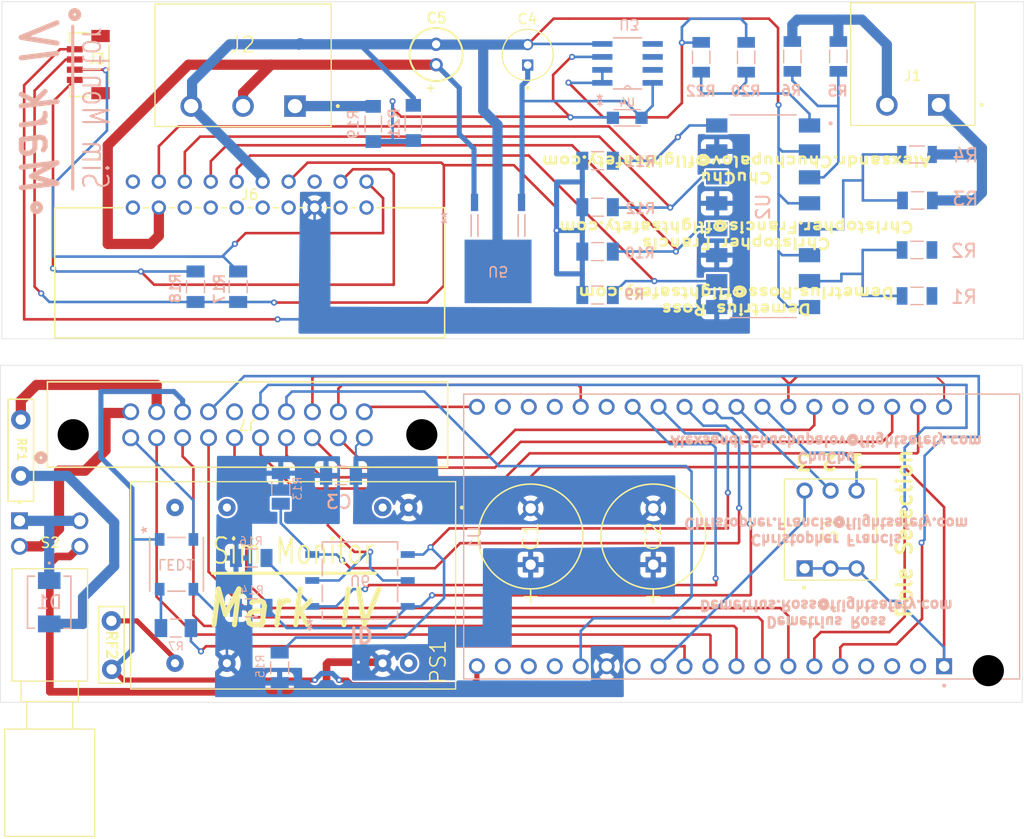
<source format=kicad_pcb>
(kicad_pcb (version 20241229) (generator "pcbnew") (generator_version "9.0")
  (layers (0 "F.Cu" signal) (2 "B.Cu" signal) (13 "F.Paste" user) (15 "B.Paste" user) (5 "F.SilkS" user "F.Silkscreen") (7 "B.SilkS" user "B.Silkscreen") (1 "F.Mask" user) (3 "B.Mask" user) (25 "Edge.Cuts" user))
  (net 0 "")
  (net 1 "-Vin")
  (net 2 "spare")
  (net 3 "ramp_down")
  (net 4 "ramp_up")
  (net 5 "sim_home")
  (net 10 "spare_opto")
  (net 11 "+3.3V")
  (net 12 "GPIO_25")
  (net 13 "GPIO_26")
  (net 14 "GPIO_16")
  (net 15 "ESP_GND2")
  (net 16 "GPIO_17")
  (net 17 "GPIO_4")
  (net 18 "+VIN")
  (net 20 "GPIO_13")
  (net 24 "GPIO_2")
  (net 27 "CLK")
  (net 30 "GPIO_21")
  (net 35 "GPIO_22")
  (net 36 "GPIO_14")
  (net 38 "+24V")
  (net 39 "GPIO_ANAG_35")
  (net 40 "GPIO_32")
  (net 41 "GPIO_33")
  (net 42 "GPIO_5")
  (net 43 "ramp_up_opto")
  (net 44 "/ramp_down_opto")
  (net 45 "/sim_home_opto")
  (net 46 "+VIN-dc")
  (net 47 "GPIO_19")
  (net 48 "GPIO_18")
  (net 49 "VDD")
  (net 50 "sim_home_safe")
  (net 51 "Net-(U3-1IN+)")
  (net 55 "+VOUT_esp_signal")
  (net 56 "GPIO_27")
  (net 57 "GPIO_23")
  (net 58 "GPIO_ANAG_34")
  (net 61 "Net-(LED1-DIN)")
  (net 62 "/ESP-Board/+VOUT")
  (footprint "footprints:PCAP_10x12_5-THRU-ELECT_NCA" (layer "F.Cu") (at 113.610081 134.520485 90)
    (property "Reference" "C2")
    (property "Value" "UHE2A470MPD")
  )
  (footprint "footprints:PTC_RESET_FUSE" (layer "F.Cu") (at 60.586147 139.626735 -90)
    (property "Reference" "RF2")
    (property "Value" "~" (hide yes))
  )
  (footprint "footprints:PHOENIX_1757255" (layer "F.Cu") (at 82.0925 79.6221 180)
    (property "Reference" "J2")
    (property "Value" "jst-power")
  )
  (footprint "footprints:CONN_BM04B-SRSS-TB_SPK" (layer "F.Cu") (at 58.42 85.56 -90)
    (property "Reference" "J3")
    (property "Value" "JST -SM")
  )
  (footprint "footprints:CONV_REC5A-2405SW_H2" (layer "F.Cu") (at 78.370081 136.550485 180)
    (property "Reference" "PS1")
    (property "Value" "REC5A-2405SW_H2")
  )
  (footprint "footprints:PCAP_10x12_5-THRU-ELECT_NCA" (layer "F.Cu") (at 101.610081 134.520485 90)
    (property "Reference" "C1")
    (property "Value" "UHE2A470MPD")
  )
  (footprint "footprints:PTC_RESET_FUSE" (layer "F.Cu") (at 51.725081 120.320485 -90)
    (property "Reference" "RF1")
    (property "Value" "~" (hide yes))
  )
  (footprint "footprints:CAPPRD200W50D500H1100" (layer "F.Cu") (at 101.32 84.6021 90)
    (property "Reference" "C4")
    (property "Value" "ECA1HM100")
  )
  (footprint "footprints:20_pin_90" (layer "F.Cu") (at 62.69 99.56)
    (property "Reference" "J6")
    (property "Value" "20_pin_90")
  )
  (footprint "footprints:PHOENIX_1757242" (layer "F.Cu") (at 145.09 79.51 180)
    (property "Reference" "J1")
    (property "Value" "1757242")
  )
  (footprint "" (layer "F.Cu") (at 146.4 144.9)
    (property "Reference" "")
    (property "Value" "")
  )
  (footprint "footprints:WCAP-ATG5_5X11_DXL_" (layer "F.Cu") (at 92.36 84.5721 -90)
    (property "Reference" "C5")
    (property "Value" "WCAP-ATG5_5X11")
  )
  (footprint "footprints:SW_PB400EEQR1BLK" (layer "F.Cu") (at 54.550081 131.481385 -90)
    (property "Reference" "S2")
    (property "Value" "PB400EEQR1BLK")
  )
  (footprint "footprints:SW_DS01C-254-S-03BE" (layer "F.Cu") (at 130.960081 131.082985)
    (property "Reference" "S1")
    (property "Value" "DS01C-254-S-03BE")
  )
  (footprint "footprints:20_pin_straight" (layer "F.Cu") (at 62.475081 122.097985 180)
    (property "Reference" "J7")
    (property "Value" "20-pin-straight")
  )
  (footprint "footprints:RESC3115X65N" (layer "B.Cu") (at 131.72 84.76 -90)
    (property "Reference" "R5" (hide yes))
    (property "Value" "CRGH1206J4K7")
  )
  (footprint "footprints:SOD123F" (layer "B.Cu") (at 111.06 90.7721 180)
    (property "Reference" "U4")
    (property "Value" "BAT46W")
  )
  (footprint "footprints:RESC3216X75N" (layer "B.Cu") (at 68.82 107.31 90)
    (property "Reference" "R18")
    (property "Value" "CR1206-FX-1002ELF")
  )
  (footprint "footprints:RESC3216X70N" (layer "B.Cu") (at 66.900081 140.730485)
    (property "Reference" "R7")
    (property "Value" "CRL1206-FW-R330ELF")
  )
  (footprint "footprints:TO252-3_ROM" (layer "B.Cu") (at 98.42 105.81)
    (property "Reference" "U5")
    (property "Value" "BA&")
  )
  (footprint "footprints:RESC3216X75N" (layer "B.Cu") (at 77.050081 144.620485 -90)
    (property "Reference" "R15")
    (property "Value" "CR1206-FX-1002ELF")
  )
  (footprint "footprints:RESC3115X65N" (layer "B.Cu") (at 139.42 108.21 180)
    (property "Reference" "R1")
    (property "Value" "CRGH1206J4K7")
  )
  (footprint "footprints:RESC3216X75N" (layer "B.Cu") (at 72.99 107.31 90)
    (property "Reference" "R17")
    (property "Value" "CR1206-FX-1002ELF")
  )
  (footprint "footprints:MODULE_ESP32-DEVKITC-32D" (layer "B.Cu") (at 122.310081 131.770485 90)
    (property "Reference" "U1")
    (property "Value" "ESP32-DEVKITC-32D")
  )
  (footprint "footprints:RESC3216X75N" (layer "B.Cu") (at 74.270081 133.870485 180)
    (property "Reference" "R16")
    (property "Value" "CR1206-FX-1002ELF")
  )
  (footprint "footprints:CAPC3216X180N" (layer "B.Cu") (at 83.050081 125.790485)
    (property "Reference" "C3")
    (property "Value" "1000pf/3kV")
  )
  (footprint "footprints:RES_ERJP08J105V" (layer "B.Cu") (at 86.21 91.3721 90)
    (property "Reference" "R19")
    (property "Value" "ERJP08J105V")
  )
  (footprint "footprints:RESC3216X75N" (layer "B.Cu") (at 74.270081 138.750485 180)
    (property "Reference" "R14")
    (property "Value" "CR1206-FX-1002ELF")
  )
  (footprint "footprints:RESC3115X65N" (layer "B.Cu") (at 118.3 84.8421 -90)
    (property "Reference" "R22")
    (property "Value" "CRG1206F470R")
  )
  (footprint "footprints:RESC3216X75N" (layer "B.Cu") (at 108.16 108.1221 180)
    (property "Reference" "R9")
    (property "Value" "CR1206-FX-1002ELF")
  )
  (footprint "footprints:RESC3216X75N" (layer "B.Cu") (at 108.16 99.5221 180)
    (property "Reference" "R12")
    (property "Value" "CR1206-FX-1002ELF")
  )
  (footprint "footprints:D8" (layer "B.Cu") (at 111.09 85.4421)
    (property "Reference" "U3")
    (property "Value" "TLV272CDR")
  )
  (footprint "footprints:RESC3015X65N" (layer "B.Cu") (at 139.42 94.36 180)
    (property "Reference" "R4")
    (property "Value" "CRGH1206J4K7")
  )
  (footprint "footprints:RESC3216X75N" (layer "B.Cu") (at 108.16 103.8721 180)
    (property "Reference" "R10")
    (property "Value" "CR1206-FX-1002ELF")
  )
  (footprint "footprints:RESC3115X65N" (layer "B.Cu") (at 139.46 98.86 180)
    (property "Reference" "R3")
    (property "Value" "CRGH1206J4K7")
  )
  (footprint "footprints:COM-16347_SPK" (layer "B.Cu") (at 66.96008 134.490485 -90)
    (property "Reference" "LED1")
    (property "Value" "COM-16347")
  )
  (footprint "footprints:RESC3115X65N" (layer "B.Cu") (at 127.22 84.76 -90)
    (property "Reference" "R6" (hide yes))
    (property "Value" "CRGH1206J4K7")
  )
  (footprint "footprints:RESC3216X75N" (layer "B.Cu") (at 77.160081 127.060485 90)
    (property "Reference" "R13")
    (property "Value" "CR1206-FX-1002ELF")
  )
  (footprint "footprints:SH-7070TB_7P1X7P3_NDC" (layer "B.Cu") (at 84.910081 136.070485)
    (property "Reference" "U6")
    (property "Value" "SH-7070TB")
  )
  (footprint "footprints:DO214AASMB_CIP-L" (layer "B.Cu") (at 54.500081 138.202285 -90)
    (property "Reference" "D1")
    (property "Value" "SS34B-HF")
  )
  (footprint "footprints:RES_ERJP08J334V" (layer "B.Cu") (at 90.13 91.2721 -90)
    (property "Reference" "R21")
    (property "Value" "ERJP08J334V")
  )
  (footprint "footprints:RESC3115X65N" (layer "B.Cu") (at 122.7 84.8421 -90)
    (property "Reference" "R20")
    (property "Value" "CRG1206F470R")
  )
  (footprint "footprints:SOIC254P1016X460-16N" (layer "B.Cu") (at 124.36 100.41 180)
    (property "Reference" "U2")
    (property "Value" "LTV-846S")
  )
  (footprint "footprints:RESC3115X65N" (layer "B.Cu") (at 139.42 103.71 180)
    (property "Reference" "R2")
    (property "Value" "CRGH1206J4K7")
  )
  (footprint "footprints:RESC3216X75N" (layer "B.Cu") (at 108.16 94.9721 180)
    (property "Reference" "R11")
    (property "Value" "CR1206-FX-1002ELF")
  )
  (gr_line (start 70.485 135.36) (end 86.435 135.36) (stroke (width 0.3)) (layer "F.SilkS"))
  (gr_line (start 56.8 97.75) (end 56.8 81.8) (stroke (width 0.3)) (layer "B.SilkS"))
  (gr_rect (start 49.710081 114.995485) (end 149.710081 147.995485) (stroke (width 0.05)) (fill no) (layer "Edge.Cuts"))
  (gr_rect (start 49.87 79.41) (end 149.87 112.41) (stroke (width 0.05)) (fill no) (layer "Edge.Cuts"))
  (gr_text "1 2 3" (at 134.35 123.55 180) (layer "F.SilkS") (effects (font (size 1.5 1.5) (thickness 0.3) (bold yes)) (justify left bottom)))
  (gr_text "Sim Monitor" (at 78.385 134.66 0) (layer "F.SilkS") (effects (font (size 2.5 1.75) (thickness 0.2)) (justify bottom)))
  (gr_text "Mark IV" (at 69.6 140.85 0) (layer "F.SilkS") (effects (font (size 3.5 3) (thickness 0.5) (bold yes) (italic yes)) (justify left bottom)))
  (gr_text "Role Selection" (at 139.05 139.9 90) (layer "F.SilkS") (effects (font (size 1.5 1.5) (thickness 0.3) (bold yes)) (justify left bottom)))
  (gr_text "Demetrius Ross\nDemetrius.Ross@flightsafety.com\n\n\nChristopher Francis\nChristopher.Francis@flightsafety.com\n\n\nChuChu\nAlexsandr.Chuchupalov@flightsafety.com" (at 121.72 102.26 180) (layer "F.SilkS") (effects (font (size 1 1.25) (thickness 0.25) (bold yes))))
  (gr_text "R6\n" (at 127.1 88.1 0) (layer "B.SilkS") (effects (font (size 1 1) (thickness 0.2)) (justify mirror)))
  (gr_text "ID" (at 83.75 142.4 0) (layer "B.SilkS") (effects (font (size 1.5 1.5) (thickness 0.3) (bold yes)) (justify left bottom)))
  (gr_text "Demetrius Ross\nDemetrius.Ross@flightsafety.com\n\n\n\nChristopher Francis\nChristopher.Francis@flightsafety.com\n\n\n\nChuChu\nAlexsandr.Chuchupalov@flightsafety.com" (at 130.550081 131.270485 180) (layer "B.SilkS") (effects (font (size 1 1) (thickness 0.25) (bold yes)) (justify mirror)))
  (gr_text "Sim Monitor" (at 57.5 89.85 270) (layer "B.SilkS") (effects (font (size 2.5 1.75) (thickness 0.2)) (justify bottom mirror)))
  (gr_text "Mark IV" (at 51.31 98.635 270) (layer "B.SilkS") (effects (font (size 3.5 3) (thickness 0.5) (bold yes) (italic yes)) (justify left bottom mirror)))
  (gr_text "R5\n" (at 131.65 88.15 0) (layer "B.SilkS") (effects (font (size 1 1) (thickness 0.2)) (justify mirror)))
  (segment (start 101.32 83.6021) (end 103.8621 81.06) (width 0.254) (layer "F.Cu") (net 1))
  (segment (start 125.82 81.96) (end 125.82 89.46) (width 0.254) (layer "F.Cu") (net 1))
  (segment (start 125.82 89.46) (end 125.87 89.51) (width 0.254) (layer "F.Cu") (net 1))
  (segment (start 105.42 81.06) (end 124.92 81.06) (width 0.254) (layer "F.Cu") (net 1))
  (segment (start 124.92 81.06) (end 125.82 81.96) (width 0.254) (layer "F.Cu") (net 1))
  (segment (start 103.8621 81.06) (end 105.42 81.06) (width 0.254) (layer "F.Cu") (net 1))
  (via (at 125.87 89.51) (size 0.6) (drill 0.3) (layers "F.Cu" "B.Cu") (net 1))
  (segment (start 98.37 105.76) (end 98.37 91.46) (width 1) (layer "B.Cu") (net 1))
  (segment (start 68.48 87.2521) (end 72.01 83.7221) (width 1) (layer "B.Cu") (net 1))
  (segment (start 72.16 83.5721) (end 92.36 83.5721) (width 1) (layer "B.Cu") (net 1))
  (segment (start 68.48 89.5346) (end 68.48 87.2521) (width 1) (layer "B.Cu") (net 1))
  (segment (start 125.87 103.86) (end 125.87 108.36) (width 0.254) (layer "B.Cu") (net 1))
  (segment (start 125.87 89.51) (end 125.87 93.71) (width 0.254) (layer "B.Cu") (net 1))
  (segment (start 96.79 83.6021) (end 101.32 83.6021) (width 1) (layer "B.Cu") (net 1))
  (segment (start 96.93 83.7421) (end 96.79 83.6021) (width 0.254) (layer "B.Cu") (net 1))
  (segment (start 126.8 99.14) (end 128.9 99.14) (width 0.254) (layer "B.Cu") (net 1))
  (segment (start 125.87 103.86) (end 126.23 104.22) (width 0.254) (layer "B.Cu") (net 1))
  (segment (start 92.37 83.5721) (end 92.4 83.6021) (width 0.254) (layer "B.Cu") (net 1))
  (segment (start 90.13 88.8121) (end 84.91 83.5921) (width 0.5) (layer "B.Cu") (net 1))
  (segment (start 98.42 105.81) (end 98.37 105.76) (width 1) (layer "B.Cu") (net 1))
  (segment (start 92.36 83.5721) (end 92.37 83.5721) (width 0.254) (layer "B.Cu") (net 1))
  (segment (start 125.87 108.36) (end 126.81 109.3) (width 0.254) (layer "B.Cu") (net 1))
  (segment (start 125.87 93.71) (end 125.87 98.21) (width 0.254) (layer "B.Cu") (net 1))
  (segment (start 75.39 96.6196) (end 68.3925 89.6221) (width 1) (layer "B.Cu") (net 1))
  (segment (start 91.82 83.48) (end 91.82 83.46) (width 0.5) (layer "B.Cu") (net 1))
  (segment (start 108.6262 83.5371) (end 101.385 83.5371) (width 0.254) (layer "B.Cu") (net 1))
  (segment (start 125.87 93.71) (end 126.22 94.06) (width 0.254) (layer "B.Cu") (net 1))
  (segment (start 90.13 89.5471) (end 90.13 88.8121) (width 0.5) (layer "B.Cu") (net 1))
  (segment (start 125.87 98.21) (end 125.87 103.86) (width 0.254) (layer "B.Cu") (net 1))
  (segment (start 126.81 109.3) (end 128.9 109.3) (width 0.254) (layer "B.Cu") (net 1))
  (segment (start 90.13 89.2471) (end 90.13 89.5471) (width 0.5) (layer "B.Cu") (net 1))
  (segment (start 126.22 94.06) (end 128.9 94.06) (width 0.254) (layer "B.Cu") (net 1))
  (segment (start 98.37 91.46) (end 96.97 90.06) (width 1) (layer "B.Cu") (net 1))
  (segment (start 126.23 104.22) (end 128.9 104.22) (width 0.254) (layer "B.Cu") (net 1))
  (segment (start 84.510081 122.922985) (end 85.335081 122.097985) (width 0.2) (layer "B.Cu") (net 1))
  (segment (start 84.510081 125.790485) (end 84.510081 122.922985) (width 0.2) (layer "B.Cu") (net 1))
  (segment (start 75.39 97.02) (end 75.39 96.6196) (width 1) (layer "B.Cu") (net 1))
  (segment (start 92.4 83.6021) (end 96.79 83.6021) (width 1) (layer "B.Cu") (net 1))
  (segment (start 125.87 98.21) (end 126.8 99.14) (width 0.254) (layer "B.Cu") (net 1))
  (segment (start 101.385 83.5371) (end 101.32 83.6021) (width 0.254) (layer "B.Cu") (net 1))
  (segment (start 96.97 90.06) (end 96.97 83.7821) (width 1) (layer "B.Cu") (net 1))
  (segment (start 78.92 83.61) (end 79.07 83.46) (width 1) (layer "B.Cu") (net 1))
  (segment (start 96.97 83.7821) (end 96.79 83.6021) (width 1) (layer "B.Cu") (net 1))
  (segment (start 136.47 83.61) (end 134.02 81.16) (width 1) (layer "B.Cu") (net 3))
  (segment (start 127.72 81.16) (end 127.22 81.66) (width 1) (layer "B.Cu") (net 3))
  (segment (start 127.22 81.66) (end 127.22 83.3) (width 1) (layer "B.Cu") (net 3))
  (segment (start 136.47 89.51) (end 136.47 83.61) (width 1) (layer "B.Cu") (net 3))
  (segment (start 134.02 81.16) (end 131.72 81.16) (width 1) (layer "B.Cu") (net 3))
  (segment (start 131.72 83.3) (end 131.72 81.16) (width 1) (layer "B.Cu") (net 3))
  (segment (start 131.72 81.16) (end 127.72 81.16) (width 1) (layer "B.Cu") (net 3))
  (segment (start 145.14 94.36) (end 145.77 93.73) (width 1) (layer "B.Cu") (net 4))
  (segment (start 145.02 98.86) (end 140.92 98.86) (width 1) (layer "B.Cu") (net 4))
  (segment (start 145.77 93.73) (end 145.77 98.11) (width 1) (layer "B.Cu") (net 4))
  (segment (start 140.915 94.36) (end 145.14 94.36) (width 1) (layer "B.Cu") (net 4))
  (segment (start 141.55 89.51) (end 145.77 93.73) (width 1) (layer "B.Cu") (net 4))
  (segment (start 145.77 98.11) (end 145.02 98.86) (width 1) (layer "B.Cu") (net 4))
  (segment (start 85.865 89.6221) (end 78.5525 89.6221) (width 1) (layer "B.Cu") (net 5))
  (segment (start 137.96 108.21) (end 134.1 108.21) (width 0.254) (layer "B.Cu") (net 10))
  (segment (start 134.1 103.71) (end 134.1 106.05) (width 0.254) (layer "B.Cu") (net 10))
  (segment (start 128.9 106.76) (end 132.02 106.76) (width 0.254) (layer "B.Cu") (net 10))
  (segment (start 134.1 108.21) (end 134.1 106.05) (width 0.254) (layer "B.Cu") (net 10))
  (segment (start 132.02 106.05) (end 134.1 106.05) (width 0.254) (layer "B.Cu") (net 10))
  (segment (start 132.02 106.76) (end 132.02 106.05) (width 0.254) (layer "B.Cu") (net 10))
  (segment (start 137.96 103.71) (end 134.1 103.71) (width 0.254) (layer "B.Cu") (net 10))
  (segment (start 93.12 95.41) (end 92.87 95.16) (width 0.254) (layer "F.Cu") (net 11))
  (segment (start 85.910081 133.270485) (end 84.360081 133.270485) (width 0.254) (layer "F.Cu") (net 11))
  (segment (start 100.460081 127.070485) (end 102.560081 124.970485) (width 0.254) (layer "F.Cu") (net 11))
  (segment (start 53.07 107.31) (end 53.07 88.11) (width 0.254) (layer "F.Cu") (net 11))
  (segment (start 53.72 107.96) (end 53.07 107.31) (width 0.254) (layer "F.Cu") (net 11))
  (segment (start 102.560081 124.970485) (end 138.147581 124.970485) (width 0.254) (layer "F.Cu") (net 11))
  (segment (start 53.07 88.11) (end 56.119999 85.060001) (width 0.254) (layer "F.Cu") (net 11))
  (segment (start 78.510081 127.070485) (end 75.175081 123.735485) (width 0.254) (layer "F.Cu") (net 11))
  (segment (start 138.147581 124.970485) (end 142.070081 128.892985) (width 0.254) (layer "F.Cu") (net 11))
  (segment (start 56.119999 85.060001) (end 56.9984 85.060001) (width 0.254) (layer "F.Cu") (net 11))
  (segment (start 81.760081 127.070485) (end 78.510081 127.070485) (width 0.254) (layer "F.Cu") (net 11))
  (segment (start 79.79 95.16) (end 77.93 97.02) (width 0.254) (layer "F.Cu") (net 11))
  (segment (start 84.360081 133.270485) (end 81.760081 130.670485) (width 0.254) (layer "F.Cu") (net 11))
  (segment (start 104.15 101.8) (end 104.15 99.59) (width 0.254) (layer "F.Cu") (net 11))
  (segment (start 75.175081 123.735485) (end 75.175081 122.097985) (width 0.254) (layer "F.Cu") (net 11))
  (segment (start 81.760081 130.670485) (end 81.760081 127.070485) (width 0.254) (layer "F.Cu") (net 11))
  (segment (start 81.760081 127.070485) (end 100.460081 127.070485) (width 0.254) (layer "F.Cu") (net 11))
  (segment (start 93.12 107.21) (end 93.12 95.41) (width 0.254) (layer "F.Cu") (net 11))
  (segment (start 142.070081 128.892985) (end 142.070081 144.470485) (width 0.254) (layer "F.Cu") (net 11))
  (segment (start 91.47 108.86) (end 93.12 107.21) (width 0.254) (layer "F.Cu") (net 11))
  (segment (start 92.87 95.16) (end 79.79 95.16) (width 0.254) (layer "F.Cu") (net 11))
  (segment (start 76.5 108.86) (end 91.47 108.86) (width 0.254) (layer "F.Cu") (net 11))
  (segment (start 99.97 95.41) (end 93.12 95.41) (width 0.254) (layer "F.Cu") (net 11))
  (segment (start 104.15 99.59) (end 99.97 95.41) (width 0.254) (layer "F.Cu") (net 11))
  (via (at 76.5 108.86) (size 0.6) (drill 0.3) (layers "F.Cu" "B.Cu") (net 11))
  (via (at 85.910081 133.270485) (size 0.6) (drill 0.3) (layers "F.Cu" "B.Cu") (net 11))
  (via (at 53.72 107.96) (size 0.6) (drill 0.3) (layers "F.Cu" "B.Cu") (net 11))
  (via (at 104.15 101.8) (size 0.6) (drill 0.3) (layers "F.Cu" "B.Cu") (net 11))
  (segment (start 106.666 97.05) (end 106.666 94.9721) (width 0.5) (layer "B.Cu") (net 11))
  (segment (start 76.444 108.804) (end 72.99 108.804) (width 0.254) (layer "B.Cu") (net 11))
  (segment (start 133.500081 134.892985) (end 130.960081 134.892985) (width 0.254) (layer "B.Cu") (net 11))
  (segment (start 72.99 108.804) (end 68.82 108.804) (width 0.254) (layer "B.Cu") (net 11))
  (segment (start 76.5 108.86) (end 76.444 108.804) (width 0.254) (layer "B.Cu") (net 11))
  (segment (start 142.070081 144.470485) (end 142.070081 142.630485) (width 0.254) (layer "B.Cu") (net 11))
  (segment (start 85.910081 133.270485) (end 85.910081 134.820485) (width 0.254) (layer "B.Cu") (net 11))
  (segment (start 106.666 108.1221) (end 106.666 106.05) (width 0.5) (layer "B.Cu") (net 11))
  (segment (start 104.15 97.05) (end 106.666 97.05) (width 0.5) (layer "B.Cu") (net 11))
  (segment (start 104.15 101.8) (end 104.15 106.05) (width 0.5) (layer "B.Cu") (net 11))
  (segment (start 136.677581 138.070485) (end 133.500081 134.892985) (width 0.254) (layer "B.Cu") (net 11))
  (segment (start 82.860081 136.070485) (end 80.236481 136.070485) (width 0.254) (layer "B.Cu") (net 11))
  (segment (start 87.160081 136.070485) (end 89.583681 136.070485) (width 0.254) (layer "B.Cu") (net 11))
  (segment (start 106.666 106.05) (end 106.666 103.8721) (width 0.5) (layer "B.Cu") (net 11))
  (segment (start 104.15 106.05) (end 106.666 106.05) (width 0.5) (layer "B.Cu") (net 11))
  (segment (start 106.666 101.8) (end 106.666 99.5221) (width 0.5) (layer "B.Cu") (net 11))
  (segment (start 104.15 101.8) (end 104.15 97.05) (width 0.5) (layer "B.Cu") (net 11))
  (segment (start 104.15 101.8) (end 106.666 101.8) (width 0.5) (layer "B.Cu") (net 11))
  (segment (start 106.666 99.5221) (end 106.666 97.05) (width 0.5) (layer "B.Cu") (net 11))
  (segment (start 85.910081 134.820485) (end 87.160081 136.070485) (width 0.254) (layer "B.Cu") (net 11))
  (segment (start 85.910081 133.270485) (end 85.660081 133.270485) (width 0.254) (layer "B.Cu") (net 11))
  (segment (start 53.72 108.01) (end 53.72 107.96) (width 0.254) (layer "B.Cu") (net 11))
  (segment (start 137.510081 138.070485) (end 136.677581 138.070485) (width 0.254) (layer "B.Cu") (net 11))
  (segment (start 54.07 108.36) (end 53.72 108.01) (width 0.254) (layer "B.Cu") (net 11))
  (segment (start 85.660081 133.270485) (end 82.860081 136.070485) (width 0.254) (layer "B.Cu") (net 11))
  (segment (start 142.070081 142.630485) (end 137.510081 138.070485) (width 0.254) (layer "B.Cu") (net 11))
  (segment (start 54.514 108.804) (end 54.07 108.36) (width 0.254) (layer "B.Cu") (net 11))
  (segment (start 68.82 108.804) (end 54.514 108.804) (width 0.254) (layer "B.Cu") (net 11))
  (segment (start 130.960081 134.892985) (end 128.420081 134.892985) (width 0.254) (layer "B.Cu") (net 11))
  (segment (start 106.666 103.8721) (end 106.666 101.8) (width 0.5) (layer "B.Cu") (net 11))
  (segment (start 67.555081 123.915485) (end 68.610081 124.970485) (width 0.254) (layer "F.Cu") (net 12))
  (segment (start 68.610081 124.970485) (end 68.610081 139.470485) (width 0.254) (layer "F.Cu") (net 12))
  (segment (start 68.610081 139.470485) (end 69.660081 140.520485) (width 0.254) (layer "F.Cu") (net 12))
  (segment (start 67.77 94.11) (end 67.77 97.02) (width 0.254) (layer "F.Cu") (net 12))
  (segment (start 108.32 92.61) (end 69.27 92.61) (width 0.254) (layer "F.Cu") (net 12))
  (segment (start 69.27 92.61) (end 67.77 94.11) (width 0.254) (layer "F.Cu") (net 12))
  (segment (start 115.27 99.56) (end 108.32 92.61) (width 0.254) (layer "F.Cu") (net 12))
  (segment (start 69.660081 140.520485) (end 121.510081 140.520485) (width 0.254) (layer "F.Cu") (net 12))
  (segment (start 67.555081 122.097985) (end 67.555081 123.915485) (width 0.254) (layer "F.Cu") (net 12))
  (segment (start 121.510081 140.520485) (end 121.750081 140.760485) (width 0.254) (layer "F.Cu") (net 12))
  (segment (start 121.750081 140.760485) (end 121.750081 144.470485) (width 0.254) (layer "F.Cu") (net 12))
  (via (at 115.27 99.56) (size 0.6) (drill 0.3) (layers "F.Cu" "B.Cu") (net 12))
  (segment (start 109.6919 99.56) (end 109.654 99.5221) (width 0.254) (layer "B.Cu") (net 12))
  (segment (start 115.37 99.56) (end 109.6919 99.56) (width 0.254) (layer "B.Cu") (net 12))
  (segment (start 119.82 96.6) (end 118.33 96.6) (width 0.254) (layer "B.Cu") (net 12))
  (segment (start 118.33 96.6) (end 115.37 99.56) (width 0.254) (layer "B.Cu") (net 12))
  (segment (start 119.110081 141.370485) (end 119.210081 141.470485) (width 0.254) (layer "F.Cu") (net 13))
  (segment (start 65.23 93.55) (end 65.23 97.02) (width 0.254) (layer "F.Cu") (net 13))
  (segment (start 113.7079 94.9721) (end 112.6321 94.9721) (width 0.254) (layer "F.Cu") (net 13))
  (segment (start 65.010081 137.670485) (end 68.710081 141.370485) (width 0.254) (layer "F.Cu") (net 13))
  (segment (start 112.6321 94.9721) (end 109.27 91.61) (width 0.254) (layer "F.Cu") (net 13))
  (segment (start 116.015 92.665) (end 113.7079 94.9721) (width 0.254) (layer "F.Cu") (net 13))
  (segment (start 65.015081 137.665485) (end 65.010081 137.670485) (width 0.254) (layer "F.Cu") (net 13))
  (segment (start 119.210081 141.470485) (end 119.210081 144.470485) (width 0.254) (layer "F.Cu") (net 13))
  (segment (start 68.710081 141.370485) (end 119.110081 141.370485) (width 0.254) (layer "F.Cu") (net 13))
  (segment (start 109.27 91.61) (end 67.17 91.61) (width 0.254) (layer "F.Cu") (net 13))
  (segment (start 67.17 91.61) (end 65.23 93.55) (width 0.254) (layer "F.Cu") (net 13))
  (segment (start 65.015081 122.097985) (end 65.015081 137.665485) (width 0.254) (layer "F.Cu") (net 13))
  (via (at 116.015 92.665) (size 0.6) (drill 0.3) (layers "F.Cu" "B.Cu") (net 13))
  (segment (start 116.015 92.665) (end 113.7079 94.9721) (width 0.254) (layer "B.Cu") (net 13))
  (segment (start 117.16 91.52) (end 119.82 91.52) (width 0.254) (layer "B.Cu") (net 13))
  (segment (start 116.015 92.665) (end 117.16 91.52) (width 0.254) (layer "B.Cu") (net 13))
  (segment (start 113.7079 94.9721) (end 109.654 94.9721) (width 0.254) (layer "B.Cu") (net 13))
  (segment (start 93.660081 130.970485) (end 91.810081 132.820485) (width 0.254) (layer "F.Cu") (net 14))
  (segment (start 120.910081 130.970485) (end 93.660081 130.970485) (width 0.254) (layer "F.Cu") (net 14))
  (segment (start 120.910081 127.470485) (end 120.910081 130.970485) (width 0.254) (layer "F.Cu") (net 14))
  (via (at 120.910081 127.470485) (size 0.6) (drill 0.3) (layers "F.Cu" "B.Cu") (net 14))
  (via (at 91.810081 132.820485) (size 0.6) (drill 0.3) (layers "F.Cu" "B.Cu") (net 14))
  (segment (start 77.050081 143.126485) (end 77.160081 143.126485) (width 0.254) (layer "B.Cu") (net 14))
  (segment (start 78.616081 141.670485) (end 89.270081 141.670485) (width 0.254) (layer "B.Cu") (net 14))
  (segment (start 89.583681 133.530485) (end 91.100081 133.530485) (width 0.254) (layer "B.Cu") (net 14))
  (segment (start 91.100081 133.530485) (end 91.810081 132.820485) (width 0.254) (layer "B.Cu") (net 14))
  (segment (start 93.140081 137.800485) (end 93.140081 134.150485) (width 0.254) (layer "B.Cu") (net 14))
  (segment (start 120.910081 122.620485) (end 119.960081 121.670485) (width 0.254) (layer "B.Cu") (net 14))
  (segment (start 120.910081 127.470485) (end 120.910081 122.620485) (width 0.254) (layer "B.Cu") (net 14))
  (segment (start 77.160081 143.126485) (end 78.616081 141.670485) (width 0.254) (layer "B.Cu") (net 14))
  (segment (start 116.717581 121.670485) (end 113.730081 118.682985) (width 0.254) (layer "B.Cu") (net 14))
  (segment (start 119.960081 121.670485) (end 116.717581 121.670485) (width 0.254) (layer "B.Cu") (net 14))
  (segment (start 93.140081 134.150485) (end 91.810081 132.820485) (width 0.254) (layer "B.Cu") (net 14))
  (segment (start 89.270081 141.670485) (end 93.140081 137.800485) (width 0.254) (layer "B.Cu") (net 14))
  (segment (start 52.048 87.582) (end 55.57 84.06) (width 0.254) (layer "F.Cu") (net 15))
  (segment (start 76.85 110.5) (end 52.048 110.5) (width 0.254) (layer "F.Cu") (net 15))
  (segment (start 127.030081 116.740485) (end 127.700081 116.070485) (width 0.254) (layer "F.Cu") (net 15))
  (segment (start 55.57 84.06) (end 56.9984 84.06) (width 0.254) (layer "F.Cu") (net 15))
  (segment (start 126.160081 116.070485) (end 80.410081 116.070485) (width 0.254) (layer "F.Cu") (net 15))
  (segment (start 142.070081 119.070485) (end 142.070081 116.840485) (width 0.2) (layer "F.Cu") (net 15))
  (segment (start 126.830081 119.070485) (end 126.830081 116.740485) (width 0.254) (layer "F.Cu") (net 15))
  (segment (start 127.700081 116.070485) (end 141.300081 116.070485) (width 0.254) (layer "F.Cu") (net 15))
  (segment (start 52.048 110.5) (end 52.048 87.582) (width 0.254) (layer "F.Cu") (net 15))
  (segment (start 80.255081 116.225485) (end 80.255081 119.557985) (width 0.254) (layer "F.Cu") (net 15))
  (segment (start 126.830081 116.740485) (end 127.030081 116.740485) (width 0.254) (layer "F.Cu") (net 15))
  (segment (start 80.410081 116.070485) (end 80.255081 116.225485) (width 0.254) (layer "F.Cu") (net 15))
  (segment (start 142.070081 116.840485) (end 141.300081 116.070485) (width 0.2) (layer "F.Cu") (net 15))
  (segment (start 126.830081 116.740485) (end 126.160081 116.070485) (width 0.254) (layer "F.Cu") (net 15))
  (via (at 76.85 110.5) (size 0.6) (drill 0.3) (layers "F.Cu" "B.Cu") (net 15))
  (segment (start 71.890081 140.208887) (end 71.890081 144.170485) (width 0.254) (layer "B.Cu") (net 15))
  (segment (start 78.93 110.5) (end 80.47 108.96) (width 0.254) (layer "B.Cu") (net 15))
  (segment (start 68.610079 136.928885) (end 71.890081 140.208887) (width 0.254) (layer "B.Cu") (net 15))
  (segment (start 80.47 108.96) (end 80.47 99.56) (width 0.254) (layer "B.Cu") (net 15))
  (segment (start 76.85 110.5) (end 78.93 110.5) (width 0.254) (layer "B.Cu") (net 15))
  (segment (start 83.960081 134.870485) (end 92.260081 134.870485) (width 0.254) (layer "F.Cu") (net 16))
  (segment (start 121.910081 132.420485) (end 122.010081 132.320485) (width 0.254) (layer "F.Cu") (net 16))
  (segment (start 92.260081 134.870485) (end 94.710081 132.420485) (width 0.254) (layer "F.Cu") (net 16))
  (segment (start 83.160081 134.070485) (end 83.960081 134.870485) (width 0.254) (layer "F.Cu") (net 16))
  (segment (start 94.710081 132.420485) (end 121.910081 132.420485) (width 0.254) (layer "F.Cu") (net 16))
  (segment (start 122.010081 132.320485) (end 122.010081 128.970485) (width 0.254) (layer "F.Cu") (net 16))
  (via (at 122.010081 128.970485) (size 0.6) (drill 0.3) (layers "F.Cu" "B.Cu") (net 16))
  (via (at 83.160081 134.070485) (size 0.6) (drill 0.3) (layers "F.Cu" "B.Cu") (net 16))
  (segment (start 77.160081 130.454085) (end 80.236481 133.530485) (width 0.254) (layer "B.Cu") (net 16))
  (segment (start 122.010081 128.970485) (end 122.010081 122.220485) (width 0.254) (layer "B.Cu") (net 16))
  (segment (start 77.160081 128.554485) (end 77.160081 130.454085) (width 0.254) (layer "B.Cu") (net 16))
  (segment (start 120.710081 120.920485) (end 118.507581 120.920485) (width 0.254) (layer "B.Cu") (net 16))
  (segment (start 118.507581 120.920485) (end 116.270081 118.682985) (width 0.254) (layer "B.Cu") (net 16))
  (segment (start 122.010081 122.220485) (end 120.710081 120.920485) (width 0.254) (layer "B.Cu") (net 16))
  (segment (start 80.236481 133.530485) (end 82.620081 133.530485) (width 0.254) (layer "B.Cu") (net 16))
  (segment (start 82.620081 133.530485) (end 83.160081 134.070485) (width 0.254) (layer "B.Cu") (net 16))
  (segment (start 85.410081 136.920485) (end 85.810081 136.520485) (width 0.254) (layer "F.Cu") (net 17))
  (segment (start 119.760081 135.920485) (end 119.710081 135.870485) (width 0.254) (layer "F.Cu") (net 17))
  (segment (start 119.760081 136.520485) (end 119.760081 135.920485) (width 0.254) (layer "F.Cu") (net 17))
  (segment (start 94.110081 136.520485) (end 119.760081 136.520485) (width 0.254) (layer "F.Cu") (net 17))
  (segment (start 85.810081 136.520485) (end 94.110081 136.520485) (width 0.254) (layer "F.Cu") (net 17))
  (via (at 85.410081 136.920485) (size 0.6) (drill 0.3) (layers "F.Cu" "B.Cu") (net 17))
  (via (at 119.710081 135.870485) (size 0.6) (drill 0.3) (layers "F.Cu" "B.Cu") (net 17))
  (segment (start 82.570081 138.610485) (end 80.236481 138.610485) (width 0.254) (layer "B.Cu") (net 17))
  (segment (start 75.764081 134.138085) (end 80.236481 138.610485) (width 0.254) (layer "B.Cu") (net 17))
  (segment (start 85.410081 136.920485) (end 84.260081 136.920485) (width 0.254) (layer "B.Cu") (net 17))
  (segment (start 75.764081 133.870485) (end 75.764081 134.138085) (width 0.254) (layer "B.Cu") (net 17))
  (segment (start 119.360081 122.720485) (end 115.227581 122.720485) (width 0.254) (layer "B.Cu") (net 17))
  (segment (start 115.227581 122.720485) (end 111.190081 118.682985) (width 0.254) (layer "B.Cu") (net 17))
  (segment (start 119.710081 135.870485) (end 119.710081 123.070485) (width 0.254) (layer "B.Cu") (net 17))
  (segment (start 84.260081 136.920485) (end 82.570081 138.610485) (width 0.254) (layer "B.Cu") (net 17))
  (segment (start 119.710081 123.070485) (end 119.360081 122.720485) (width 0.254) (layer "B.Cu") (net 17))
  (segment (start 55.460081 131.020485) (end 55.460081 125.320485) (width 1) (layer "F.Cu") (net 18))
  (segment (start 58.010081 125.320485) (end 60.010081 123.320485) (width 1) (layer "F.Cu") (net 18))
  (segment (start 55.460081 125.320485) (end 58.010081 125.320485) (width 1) (layer "F.Cu") (net 18))
  (segment (start 84.760081 144.070485) (end 81.820081 144.070485) (width 0.75) (layer "F.Cu") (net 18))
  (segment (start 54.560081 134.420485) (end 55.260081 133.720485) (width 0.75) (layer "F.Cu") (net 18))
  (segment (start 55.260081 133.720485) (end 56.510981 133.720485) (width 0.75) (layer "F.Cu") (net 18))
  (segment (start 62.362581 119.670485) (end 62.475081 119.557985) (width 1) (layer "F.Cu") (net 18))
  (segment (start 81.820081 144.070485) (end 81.640081 144.250485) (width 0.75) (layer "F.Cu") (net 18))
  (segment (start 81.640081 144.250485) (end 81.640081 146.790485) (width 0.75) (layer "F.Cu") (net 18))
  (segment (start 81.640081 146.790485) (end 81.460081 146.970485) (width 0.75) (layer "F.Cu") (net 18))
  (segment (start 51.600081 132.731385) (end 53.749181 132.731385) (width 1) (layer "F.Cu") (net 18))
  (segment (start 60.010081 123.320485) (end 60.010081 119.670485) (width 1) (layer "F.Cu") (net 18))
  (segment (start 84.760081 144.070485) (end 87.450081 144.070485) (width 0.75) (layer "F.Cu") (net 18))
  (segment (start 60.010081 119.670485) (end 62.362581 119.670485) (width 1) (layer "F.Cu") (net 18))
  (segment (start 53.749181 132.731385) (end 55.460081 131.020485) (width 1) (layer "F.Cu") (net 18))
  (segment (start 56.510981 133.720485) (end 57.500081 132.731385) (width 0.75) (layer "F.Cu") (net 18))
  (segment (start 81.460081 146.970485) (end 54.560081 146.970485) (width 0.75) (layer "F.Cu") (net 18))
  (segment (start 54.560081 146.970485) (end 54.560081 134.420485) (width 0.75) (layer "F.Cu") (net 18))
  (via (at 84.760081 144.070485) (size 0.6) (drill 0.3) (layers "F.Cu" "B.Cu") (net 18))
  (segment (start 56.296881 125.832285) (end 51.725081 125.832285) (width 1) (layer "B.Cu") (net 18))
  (segment (start 60.860081 134.670485) (end 60.860081 130.395485) (width 1) (layer "B.Cu") (net 18))
  (segment (start 54.500081 140.323185) (end 54.502781 140.320485) (width 1) (layer "B.Cu") (net 18))
  (segment (start 57.810081 140.320485) (end 57.810081 137.720485) (width 1) (layer "B.Cu") (net 18))
  (segment (start 54.502781 140.320485) (end 57.810081 140.320485) (width 1) (layer "B.Cu") (net 18))
  (segment (start 57.810081 137.720485) (end 60.860081 134.670485) (width 1) (layer "B.Cu") (net 18))
  (segment (start 60.860081 130.395485) (end 56.296881 125.832285) (width 1) (layer "B.Cu") (net 18))
  (segment (start 77.715081 119.557985) (end 77.715081 118.115485) (width 0.254) (layer "B.Cu") (net 20))
  (segment (start 116.810081 124.870485) (end 117.360081 125.420485) (width 0.254) (layer "B.Cu") (net 20))
  (segment (start 91.210081 117.570485) (end 98.510081 124.870485) (width 0.254) (layer "B.Cu") (net 20))
  (segment (start 117.360081 137.670485) (end 115.260081 139.770485) (width 0.254) (layer "B.Cu") (net 20))
  (segment (start 107.760081 139.770485) (end 106.510081 141.020485) (width 0.254) (layer "B.Cu") (net 20))
  (segment (start 115.260081 139.770485) (end 107.760081 139.770485) (width 0.254) (layer "B.Cu") (net 20))
  (segment (start 98.510081 124.870485) (end 116.810081 124.870485) (width 0.254) (layer "B.Cu") (net 20))
  (segment (start 78.260081 117.570485) (end 91.210081 117.570485) (width 0.254) (layer "B.Cu") (net 20))
  (segment (start 117.360081 125.420485) (end 117.360081 137.670485) (width 0.254) (layer "B.Cu") (net 20))
  (segment (start 106.510081 141.020485) (end 106.510081 144.470485) (width 0.254) (layer "B.Cu") (net 20))
  (segment (start 77.715081 118.115485) (end 78.260081 117.570485) (width 0.254) (layer "B.Cu") (net 20))
  (segment (start 106.510081 117.170485) (end 106.260081 116.920485) (width 0.254) (layer "F.Cu") (net 24))
  (segment (start 82.795081 117.285485) (end 82.795081 119.557985) (width 0.254) (layer "F.Cu") (net 24))
  (segment (start 106.510081 119.070485) (end 106.510081 117.170485) (width 0.254) (layer "F.Cu") (net 24))
  (segment (start 83.160081 116.920485) (end 82.795081 117.285485) (width 0.254) (layer "F.Cu") (net 24))
  (segment (start 106.260081 116.920485) (end 83.160081 116.920485) (width 0.254) (layer "F.Cu") (net 24))
  (segment (start 106.110081 118.682985) (end 106.110081 118.670485) (width 0.254) (layer "F.Cu") (net 24))
  (segment (start 85.335081 119.557985) (end 85.347581 119.570485) (width 0.254) (layer "F.Cu") (net 27))
  (segment (start 96.350081 119.070485) (end 85.822581 119.070485) (width 0.254) (layer "F.Cu") (net 27))
  (segment (start 95.937581 118.670485) (end 95.950081 118.682985) (width 0.254) (layer "F.Cu") (net 27))
  (segment (start 85.822581 119.070485) (end 85.335081 119.557985) (width 0.254) (layer "F.Cu") (net 27))
  (segment (start 87.17 102.06) (end 87.17 98.64) (width 0.254) (layer "F.Cu") (net 30))
  (segment (start 59.969999 86.059999) (end 60.02 86.11) (width 0.254) (layer "F.Cu") (net 30))
  (segment (start 100.110081 121.320485) (end 97.410081 124.020485) (width 0.254) (layer "F.Cu") (net 30))
  (segment (start 72.67 103.11) (end 73.72 102.06) (width 0.254) (layer "F.Cu") (net 30))
  (segment (start 128.910081 121.320485) (end 100.110081 121.320485) (width 0.254) (layer "F.Cu") (net 30))
  (segment (start 129.370081 119.070485) (end 129.370081 120.860485) (width 0.254) (layer "F.Cu") (net 30))
  (segment (start 129.370081 120.860485) (end 128.910081 121.320485) (width 0.254) (layer "F.Cu") (net 30))
  (segment (start 84.717581 124.020485) (end 82.795081 122.097985) (width 0.254) (layer "F.Cu") (net 30))
  (segment (start 56.9984 86.059999) (end 59.969999 86.059999) (width 0.254) (layer "F.Cu") (net 30))
  (segment (start 87.17 98.64) (end 85.55 97.02) (width 0.254) (layer "F.Cu") (net 30))
  (segment (start 97.410081 124.020485) (end 84.717581 124.020485) (width 0.254) (layer "F.Cu") (net 30))
  (segment (start 73.72 102.06) (end 87.17 102.06) (width 0.254) (layer "F.Cu") (net 30))
  (via (at 60.02 86.11) (size 0.6) (drill 0.3) (layers "F.Cu" "B.Cu") (net 30))
  (via (at 72.67 103.11) (size 0.6) (drill 0.3) (layers "F.Cu" "B.Cu") (net 30))
  (segment (start 67.87 104.36) (end 71.534 104.36) (width 0.254) (layer "B.Cu") (net 30))
  (segment (start 60.151 86.241) (end 60.02 86.11) (width 0.254) (layer "B.Cu") (net 30))
  (segment (start 71.42 104.36) (end 72.67 103.11) (width 0.254) (layer "B.Cu") (net 30))
  (segment (start 54.87 104.36) (end 54.87 97.31) (width 0.254) (layer "B.Cu") (net 30))
  (segment (start 67.87 104.36) (end 71.42 104.36) (width 0.254) (layer "B.Cu") (net 30))
  (segment (start 60.151 92.029) (end 60.151 86.241) (width 0.254) (layer "B.Cu") (net 30))
  (segment (start 67.87 104.36) (end 54.87 104.36) (width 0.254) (layer "B.Cu") (net 30))
  (segment (start 54.87 97.31) (end 60.151 92.029) (width 0.254) (layer "B.Cu") (net 30))
  (segment (start 71.534 104.36) (end 72.99 105.816) (width 0.254) (layer "B.Cu") (net 30))
  (segment (start 136.032581 122.497985) (end 100.632581 122.497985) (width 0.254) (layer "F.Cu") (net 35))
  (segment (start 87.77 95.81) (end 84.22 95.81) (width 0.254) (layer "F.Cu") (net 35))
  (segment (start 56.9984 87.06) (end 54.87 89.1884) (width 0.254) (layer "F.Cu") (net 35))
  (segment (start 100.632581 122.497985) (end 98.110081 125.020485) (width 0.254) (layer "F.Cu") (net 35))
  (segment (start 54.87 89.1884) (end 54.87 105.51) (width 0.254) (layer "F.Cu") (net 35))
  (segment (start 136.990081 121.540485) (end 136.032581 122.497985) (width 0.254) (layer "F.Cu") (net 35))
  (segment (start 84.22 95.81) (end 83.01 97.02) (width 0.254) (layer "F.Cu") (net 35))
  (segment (start 98.110081 125.020485) (end 83.110081 125.020485) (width 0.254) (layer "F.Cu") (net 35))
  (segment (start 83.110081 125.020485) (end 82.795081 124.705485) (width 0.254) (layer "F.Cu") (net 35))
  (segment (start 136.990081 119.070485) (end 136.990081 121.540485) (width 0.254) (layer "F.Cu") (net 35))
  (segment (start 63.47 105.816) (end 64.764 107.11) (width 0.254) (layer "F.Cu") (net 35))
  (segment (start 64.764 107.11) (end 88.22 107.11) (width 0.254) (layer "F.Cu") (net 35))
  (segment (start 82.795081 124.637985) (end 80.255081 122.097985) (width 0.254) (layer "F.Cu") (net 35))
  (segment (start 88.22 107.11) (end 88.22 96.26) (width 0.254) (layer "F.Cu") (net 35))
  (segment (start 88.22 96.26) (end 87.77 95.81) (width 0.254) (layer "F.Cu") (net 35))
  (segment (start 82.795081 124.705485) (end 82.795081 124.637985) (width 0.254) (layer "F.Cu") (net 35))
  (via (at 63.47 105.816) (size 0.6) (drill 0.3) (layers "F.Cu" "B.Cu") (net 35))
  (via (at 54.87 105.51) (size 0.6) (drill 0.3) (layers "F.Cu" "B.Cu") (net 35))
  (segment (start 55.176 105.816) (end 63.47 105.816) (width 0.254) (layer "B.Cu") (net 35))
  (segment (start 54.87 105.51) (end 55.176 105.816) (width 0.254) (layer "B.Cu") (net 35))
  (segment (start 68.82 105.816) (end 63.47 105.816) (width 0.254) (layer "B.Cu") (net 35))
  (segment (start 128.420081 130.180485) (end 114.130081 144.470485) (width 0.254) (layer "B.Cu") (net 36))
  (segment (start 128.420081 127.272985) (end 128.420081 130.180485) (width 0.254) (layer "B.Cu") (net 36))
  (segment (start 54.500081 136.081385) (end 54.500081 130.281385) (width 1) (layer "B.Cu") (net 38))
  (segment (start 54.450081 130.231385) (end 51.600081 130.231385) (width 1) (layer "B.Cu") (net 38))
  (segment (start 54.550081 130.231385) (end 57.500081 130.231385) (width 1) (layer "B.Cu") (net 38))
  (segment (start 54.560081 131.270485) (end 54.610081 131.220485) (width 0.254) (layer "B.Cu") (net 38))
  (segment (start 54.560081 131.270485) (end 54.510081 131.220485) (width 0.254) (layer "B.Cu") (net 38))
  (segment (start 138.210081 129.070485) (end 138.210081 139.620485) (width 0.254) (layer "F.Cu") (net 39))
  (segment (start 136.710081 141.120485) (end 130.010081 141.120485) (width 0.254) (layer "F.Cu") (net 39))
  (segment (start 138.210081 139.620485) (end 136.710081 141.120485) (width 0.254) (layer "F.Cu") (net 39))
  (segment (start 130.010081 141.120485) (end 129.370081 141.760485) (width 0.254) (layer "F.Cu") (net 39))
  (segment (start 129.370081 141.760485) (end 129.370081 144.470485) (width 0.254) (layer "F.Cu") (net 39))
  (via (at 138.210081 129.070485) (size 0.6) (drill 0.3) (layers "F.Cu" "B.Cu") (net 39))
  (segment (start 144.260081 116.920485) (end 75.940081 116.920485) (width 0.254) (layer "B.Cu") (net 39))
  (segment (start 140.160081 121.120485) (end 144.260081 121.120485) (width 0.254) (layer "B.Cu") (net 39))
  (segment (start 75.940081 116.920485) (end 75.175081 117.685485) (width 0.254) (layer "B.Cu") (net 39))
  (segment (start 138.210081 129.070485) (end 138.210081 123.070485) (width 0.254) (layer "B.Cu") (net 39))
  (segment (start 75.175081 117.685485) (end 75.175081 119.557985) (width 0.254) (layer "B.Cu") (net 39))
  (segment (start 138.210081 123.070485) (end 140.160081 121.120485) (width 0.254) (layer "B.Cu") (net 39))
  (segment (start 144.260081 121.120485) (end 144.260081 116.920485) (width 0.254) (layer "B.Cu") (net 39))
  (segment (start 76.347581 138.770485) (end 126.060081 138.770485) (width 0.254) (layer "F.Cu") (net 40))
  (segment (start 101.42 94.46) (end 74.17 94.46) (width 0.254) (layer "F.Cu") (net 40))
  (segment (start 113.72 106.76) (end 101.42 94.46) (width 0.254) (layer "F.Cu") (net 40))
  (segment (start 126.060081 138.770485) (end 126.830081 139.540485) (width 0.254) (layer "F.Cu") (net 40))
  (segment (start 72.635081 122.097985) (end 72.635081 124.520485) (width 0.254) (layer "F.Cu") (net 40))
  (segment (start 74.17 94.46) (end 72.85 95.78) (width 0.254) (layer "F.Cu") (net 40))
  (segment (start 72.635081 124.520485) (end 73.785081 125.670485) (width 0.254) (layer "F.Cu") (net 40))
  (segment (start 73.785081 136.207985) (end 76.347581 138.770485) (width 0.254) (layer "F.Cu") (net 40))
  (segment (start 126.830081 139.540485) (end 126.830081 144.470485) (width 0.254) (layer "F.Cu") (net 40))
  (segment (start 72.85 95.78) (end 72.85 97.02) (width 0.254) (layer "F.Cu") (net 40))
  (segment (start 73.785081 125.670485) (end 73.785081 136.207985) (width 0.254) (layer "F.Cu") (net 40))
  (via (at 113.72 106.76) (size 0.6) (drill 0.3) (layers "F.Cu" "B.Cu") (net 40))
  (segment (start 110.9161 106.76) (end 109.554 108.1221) (width 0.254) (layer "B.Cu") (net 40))
  (segment (start 119.82 106.76) (end 110.9161 106.76) (width 0.254) (layer "B.Cu") (net 40))
  (segment (start 69.585081 122.607985) (end 70.095081 122.097985) (width 0.254) (layer "F.Cu") (net 41))
  (segment (start 115.82 103.61) (end 105.67 93.46) (width 0.254) (layer "F.Cu") (net 41))
  (segment (start 70.095081 135.217985) (end 74.547581 139.670485) (width 0.254) (layer "F.Cu") (net 41))
  (segment (start 115.82 103.86) (end 115.82 103.61) (width 0.254) (layer "F.Cu") (net 41))
  (segment (start 70.095081 122.097985) (end 70.095081 135.217985) (width 0.254) (layer "F.Cu") (net 41))
  (segment (start 124.290081 140.050485) (end 124.290081 144.470485) (width 0.254) (layer "F.Cu") (net 41))
  (segment (start 123.910081 139.670485) (end 124.290081 140.050485) (width 0.254) (layer "F.Cu") (net 41))
  (segment (start 105.67 93.46) (end 71.87 93.46) (width 0.254) (layer "F.Cu") (net 41))
  (segment (start 70.31 95.02) (end 70.31 97.02) (width 0.254) (layer "F.Cu") (net 41))
  (segment (start 71.87 93.46) (end 70.31 95.02) (width 0.254) (layer "F.Cu") (net 41))
  (segment (start 74.547581 139.670485) (end 123.910081 139.670485) (width 0.254) (layer "F.Cu") (net 41))
  (via (at 115.82 103.86) (size 0.6) (drill 0.3) (layers "F.Cu" "B.Cu") (net 41))
  (segment (start 118 101.68) (end 115.82 103.86) (width 0.254) (layer "B.Cu") (net 41))
  (segment (start 115.82 103.86) (end 109.7161 103.86) (width 0.254) (layer "B.Cu") (net 41))
  (segment (start 119.82 101.68) (end 118 101.68) (width 0.254) (layer "B.Cu") (net 41))
  (segment (start 109.7161 103.86) (end 109.704 103.8721) (width 0.254) (layer "B.Cu") (net 41))
  (segment (start 123.160081 130.620485) (end 123.060081 130.520485) (width 0.254) (layer "F.Cu") (net 42))
  (segment (start 123.160081 137.470485) (end 123.160081 130.620485) (width 0.254) (layer "F.Cu") (net 42))
  (segment (start 123.110081 137.520485) (end 123.160081 137.470485) (width 0.254) (layer "F.Cu") (net 42))
  (segment (start 91.960081 137.520485) (end 123.110081 137.520485) (width 0.254) (layer "F.Cu") (net 42))
  (via (at 91.960081 137.520485) (size 0.6) (drill 0.3) (layers "F.Cu" "B.Cu") (net 42))
  (via (at 123.060081 130.520485) (size 0.6) (drill 0.3) (layers "F.Cu" "B.Cu") (net 42))
  (segment (start 77.744081 140.730485) (end 87.463681 140.730485) (width 0.254) (layer "B.Cu") (net 42))
  (segment (start 121.360081 120.170485) (end 120.297581 120.170485) (width 0.254) (layer "B.Cu") (net 42))
  (segment (start 123.060081 121.870485) (end 121.360081 120.170485) (width 0.254) (layer "B.Cu") (net 42))
  (segment (start 123.060081 130.520485) (end 123.060081 121.870485) (width 0.254) (layer "B.Cu") (net 42))
  (segment (start 90.870081 138.610485) (end 89.583681 138.610485) (width 0.254) (layer "B.Cu") (net 42))
  (segment (start 91.960081 137.520485) (end 90.870081 138.610485) (width 0.254) (layer "B.Cu") (net 42))
  (segment (start 120.297581 120.170485) (end 118.810081 118.682985) (width 0.254) (layer "B.Cu") (net 42))
  (segment (start 87.463681 140.730485) (end 89.583681 138.610485) (width 0.254) (layer "B.Cu") (net 42))
  (segment (start 75.764081 138.750485) (end 77.744081 140.730485) (width 0.254) (layer "B.Cu") (net 42))
  (segment (start 134.12 96.95) (end 134.12 98.86) (width 0.254) (layer "B.Cu") (net 43))
  (segment (start 132.2 96.9) (end 134.07 96.9) (width 0.254) (layer "B.Cu") (net 43))
  (segment (start 134.12 94.36) (end 134.12 96.95) (width 0.254) (layer "B.Cu") (net 43))
  (segment (start 128.9 101.68) (end 132.2 101.68) (width 0.254) (layer "B.Cu") (net 43))
  (segment (start 138 98.86) (end 134.12 98.86) (width 0.254) (layer "B.Cu") (net 43))
  (segment (start 132.2 101.68) (end 132.2 96.9) (width 0.254) (layer "B.Cu") (net 43))
  (segment (start 134.07 96.9) (end 134.12 96.95) (width 0.254) (layer "B.Cu") (net 43))
  (segment (start 137.925 94.36) (end 134.12 94.36) (width 0.254) (layer "B.Cu") (net 43))
  (segment (start 131.72 89.61) (end 131.72 95.16) (width 0.254) (layer "B.Cu") (net 44))
  (segment (start 130.28 96.6) (end 128.9 96.6) (width 0.254) (layer "B.Cu") (net 44))
  (segment (start 127.22 87.12) (end 129.71 89.61) (width 0.254) (layer "B.Cu") (net 44))
  (segment (start 131.72 86.22) (end 131.72 89.61) (width 0.254) (layer "B.Cu") (net 44))
  (segment (start 127.22 86.22) (end 127.22 87.12) (width 0.254) (layer "B.Cu") (net 44))
  (segment (start 131.72 95.16) (end 130.28 96.6) (width 0.254) (layer "B.Cu") (net 44))
  (segment (start 127.22 86.345) (end 126.525 86.345) (width 0.254) (layer "B.Cu") (net 44))
  (segment (start 129.71 89.61) (end 131.72 89.61) (width 0.254) (layer "B.Cu") (net 44))
  (segment (start 126.9021 88.3921) (end 128.9 90.39) (width 0.254) (layer "B.Cu") (net 45))
  (segment (start 128.9 90.39) (end 128.9 91.52) (width 0.254) (layer "B.Cu") (net 45))
  (segment (start 118.3 88.3921) (end 121.59 88.3921) (width 0.254) (layer "B.Cu") (net 45))
  (segment (start 122.7 87.2821) (end 121.59 88.3921) (width 0.254) (layer "B.Cu") (net 45))
  (segment (start 121.59 88.3921) (end 126.9021 88.3921) (width 0.254) (layer "B.Cu") (net 45))
  (segment (start 118.3 86.3021) (end 118.3 88.3921) (width 0.254) (layer "B.Cu") (net 45))
  (segment (start 122.7 86.3021) (end 122.7 87.2821) (width 0.254) (layer "B.Cu") (net 45))
  (segment (start 73.4725 88.3196) (end 76.22 85.5721) (width 1) (layer "F.Cu") (net 46))
  (segment (start 60.23 93.47) (end 60.23 103.12) (width 1) (layer "F.Cu") (net 46))
  (segment (start 68.1279 85.5721) (end 60.23 93.47) (width 1) (layer "F.Cu") (net 46))
  (segment (start 64.43 103.12) (end 65.23 102.32) (width 1) (layer "F.Cu") (net 46))
  (segment (start 73.4725 89.6221) (end 73.4725 88.3196) (width 1) (layer "F.Cu") (net 46))
  (segment (start 65.23 102.32) (end 65.23 99.56) (width 1) (layer "F.Cu") (net 46))
  (segment (start 53.260081 116.920485) (end 65.010081 116.920485) (width 1) (layer "F.Cu") (net 46))
  (segment (start 65.010081 116.920485) (end 65.015081 116.925485) (width 1) (layer "F.Cu") (net 46))
  (segment (start 76.22 85.5721) (end 92.36 85.5721) (width 1) (layer "F.Cu") (net 46))
  (segment (start 60.23 103.12) (end 64.43 103.12) (width 1) (layer "F.Cu") (net 46))
  (segment (start 51.725081 118.455485) (end 51.725081 120.320485) (width 1) (layer "F.Cu") (net 46))
  (segment (start 65.015081 116.925485) (end 65.015081 119.557985) (width 1) (layer "F.Cu") (net 46))
  (segment (start 53.260081 116.920485) (end 51.725081 118.455485) (width 1) (layer "F.Cu") (net 46))
  (segment (start 76.22 85.5721) (end 68.1279 85.5721) (width 1) (layer "F.Cu") (net 46))
  (segment (start 94.629999 92.369999) (end 96.069999 93.809999) (width 0.5) (layer "B.Cu") (net 46))
  (segment (start 96.069999 99.0036) (end 96.119999 99.0536) (width 0.5) (layer "B.Cu") (net 46))
  (segment (start 92.36 85.5721) (end 94.629999 87.842099) (width 0.5) (layer "B.Cu") (net 46))
  (segment (start 94.629999 87.842099) (end 94.629999 92.369999) (width 0.5) (layer "B.Cu") (net 46))
  (segment (start 96.069999 93.809999) (end 96.069999 99.0036) (width 0.5) (layer "B.Cu") (net 46))
  (segment (start 133.500081 124.810485) (end 133.500081 127.272985) (width 0.254) (layer "B.Cu") (net 47))
  (segment (start 123.890081 118.682985) (end 128.777581 123.570485) (width 0.254) (layer "B.Cu") (net 47))
  (segment (start 128.777581 123.570485) (end 132.260081 123.570485) (width 0.254) (layer "B.Cu") (net 47))
  (segment (start 132.260081 123.570485) (end 133.500081 124.810485) (width 0.254) (layer "B.Cu") (net 47))
  (segment (start 127.887581 125.220485) (end 128.907581 125.220485) (width 0.254) (layer "B.Cu") (net 48))
  (segment (start 121.350081 118.682985) (end 127.887581 125.220485) (width 0.254) (layer "B.Cu") (net 48))
  (segment (start 128.907581 125.220485) (end 130.960081 127.272985) (width 0.254) (layer "B.Cu") (net 48))
  (segment (start 101.32 87.043601) (end 101.32 85.6021) (width 0.5) (layer "B.Cu") (net 49))
  (segment (start 110.8215 89.1336) (end 112.46 90.7721) (width 0.254) (layer "B.Cu") (net 49))
  (segment (start 100.77 99.003601) (end 100.720001 99.0536) (width 0.5) (layer "B.Cu") (net 49))
  (segment (start 100.77 89.1336) (end 110.8215 89.1336) (width 0.254) (layer "B.Cu") (net 49))
  (segment (start 113.5538 89.5783) (end 113.5538 87.3471) (width 0.254) (layer "B.Cu") (net 49))
  (segment (start 100.77 89.1336) (end 100.77 87.593601) (width 0.5) (layer "B.Cu") (net 49))
  (segment (start 112.46 90.6721) (end 113.5538 89.5783) (width 0.254) (layer "B.Cu") (net 49))
  (segment (start 100.77 87.593601) (end 101.32 87.043601) (width 0.5) (layer "B.Cu") (net 49))
  (segment (start 100.77 89.1336) (end 100.77 99.003601) (width 0.5) (layer "B.Cu") (net 49))
  (segment (start 112.46 90.7721) (end 112.46 90.6721) (width 0.254) (layer "B.Cu") (net 49))
  (segment (start 115.01 90.7221) (end 108.71 90.7221) (width 0.254) (layer "F.Cu") (net 50))
  (segment (start 116.41 83.41) (end 116.41 89.3221) (width 0.254) (layer "F.Cu") (net 50))
  (segment (start 108.71 90.7221) (end 105.31 87.3221) (width 0.254) (layer "F.Cu") (net 50))
  (segment (start 116.41 89.3221) (end 115.01 90.7221) (width 0.254) (layer "F.Cu") (net 50))
  (via (at 105.31 87.3221) (size 0.6) (drill 0.3) (layers "F.Cu" "B.Cu") (net 50))
  (via (at 116.41 83.41) (size 0.6) (drill 0.3) (layers "F.Cu" "B.Cu") (net 50))
  (segment (start 117.2279 81.0721) (end 122.16 81.0721) (width 0.254) (layer "B.Cu") (net 50))
  (segment (start 116.41 81.89) (end 117.2279 81.0721) (width 0.254) (layer "B.Cu") (net 50))
  (segment (start 116.41 83.41) (end 116.41 81.89) (width 0.254) (layer "B.Cu") (net 50))
  (segment (start 105.335 87.3471) (end 105.31 87.3221) (width 0.254) (layer "B.Cu") (net 50))
  (segment (start 122.7 81.6321) (end 122.7 83.3821) (width 0.254) (layer "B.Cu") (net 50))
  (segment (start 122.71 81.6221) (end 122.7 81.6321) (width 0.254) (layer "B.Cu") (net 50))
  (segment (start 108.6262 87.3471) (end 105.335 87.3471) (width 0.254) (layer "B.Cu") (net 50))
  (segment (start 108.6262 87.3471) (end 108.6262 86.0771) (width 0.254) (layer "B.Cu") (net 50))
  (segment (start 122.16 81.0721) (end 122.71 81.6221) (width 0.254) (layer "B.Cu") (net 50))
  (segment (start 118.2721 83.41) (end 118.3 83.3821) (width 0.254) (layer "B.Cu") (net 50))
  (segment (start 116.41 83.41) (end 118.2721 83.41) (width 0.254) (layer "B.Cu") (net 50))
  (segment (start 88.13 89.86) (end 88.93 90.66) (width 0.254) (layer "F.Cu") (net 51))
  (segment (start 88.1 89.15) (end 88.13 89.18) (width 0.254) (layer "F.Cu") (net 51))
  (segment (start 88.13 89.18) (end 88.13 89.86) (width 0.254) (layer "F.Cu") (net 51))
  (segment (start 105.4479 90.66) (end 105.51 90.7221) (width 0.254) (layer "F.Cu") (net 51))
  (segment (start 105.66 84.8071) (end 105.575 84.8071) (width 0.254) (layer "F.Cu") (net 51))
  (segment (start 103.81 89.0221) (end 105.51 90.7221) (width 0.254) (layer "F.Cu") (net 51))
  (segment (start 105.575 84.8071) (end 103.81 86.5721) (width 0.254) (layer "F.Cu") (net 51))
  (segment (start 103.81 86.5721) (end 103.81 89.0221) (width 0.254) (layer "F.Cu") (net 51))
  (segment (start 88.93 90.66) (end 105.4479 90.66) (width 0.254) (layer "F.Cu") (net 51))
  (via (at 105.51 90.7221) (size 0.6) (drill 0.3) (layers "F.Cu" "B.Cu") (net 51))
  (via (at 88.1 89.15) (size 0.6) (drill 0.3) (layers "F.Cu" "B.Cu") (net 51))
  (via (at 105.66 84.8071) (size 0.6) (drill 0.3) (layers "F.Cu" "B.Cu") (net 51))
  (segment (start 109.61 90.7221) (end 109.66 90.7721) (width 0.254) (layer "B.Cu") (net 51))
  (segment (start 105.66 84.8071) (end 108.6262 84.8071) (width 0.254) (layer "B.Cu") (net 51))
  (segment (start 90.13 92.9971) (end 90.055 93.0721) (width 0.5) (layer "B.Cu") (net 51))
  (segment (start 88.07 89.18) (end 88.07 91.46) (width 0.254) (layer "B.Cu") (net 51))
  (segment (start 88.1 89.15) (end 88.07 89.18) (width 0.254) (layer "B.Cu") (net 51))
  (segment (start 90.13 92.9971) (end 90.13 92.6971) (width 0.254) (layer "B.Cu") (net 51))
  (segment (start 105.51 90.7221) (end 109.61 90.7221) (width 0.254) (layer "B.Cu") (net 51))
  (segment (start 90.055 93.0721) (end 86.495 93.0721) (width 0.5) (layer "B.Cu") (net 51))
  (segment (start 88.1 89.15) (end 88.1 93.0821) (width 0.254) (layer "B.Cu") (net 51))
  (segment (start 83.660081 145.820485) (end 84.110081 146.270485) (width 0.5) (layer "F.Cu") (net 55))
  (segment (start 61.754897 145.820485) (end 60.711147 144.776735) (width 0.5) (layer "F.Cu") (net 55))
  (segment (start 80.490081 145.820485) (end 61.754897 145.820485) (width 0.5) (layer "F.Cu") (net 55))
  (segment (start 96.350081 145.780485) (end 96.350081 144.470485) (width 0.5) (layer "F.Cu") (net 55))
  (segment (start 95.860081 146.270485) (end 96.350081 145.780485) (width 0.5) (layer "F.Cu") (net 55))
  (segment (start 82.860081 145.820485) (end 83.660081 145.820485) (width 0.5) (layer "F.Cu") (net 55))
  (segment (start 84.110081 146.270485) (end 95.860081 146.270485) (width 0.5) (layer "F.Cu") (net 55))
  (via (at 82.860081 145.820485) (size 0.6) (drill 0.3) (layers "F.Cu" "B.Cu") (net 55))
  (via (at 80.490081 145.820485) (size 0.6) (drill 0.3) (layers "F.Cu" "B.Cu") (net 55))
  (segment (start 82.210081 145.170485) (end 81.140081 145.170485) (width 0.5) (layer "B.Cu") (net 55))
  (segment (start 65.310081 132.052085) (end 62.621681 132.052085) (width 0.254) (layer "B.Cu") (net 55))
  (segment (start 59.560081 124.020485) (end 59.560081 117.570485) (width 0.5) (layer "B.Cu") (net 55))
  (segment (start 59.560081 117.570485) (end 66.710081 117.570485) (width 0.5) (layer "B.Cu") (net 55))
  (segment (start 66.710081 117.570485) (end 67.555081 118.415485) (width 0.5) (layer "B.Cu") (net 55))
  (segment (start 62.600081 142.887801) (end 62.600081 132.030485) (width 0.5) (layer "B.Cu") (net 55))
  (segment (start 62.600081 132.030485) (end 62.600081 127.060485) (width 0.5) (layer "B.Cu") (net 55))
  (segment (start 62.621681 132.052085) (end 62.600081 132.030485) (width 0.254) (layer "B.Cu") (net 55))
  (segment (start 67.555081 118.415485) (end 67.555081 119.557985) (width 0.5) (layer "B.Cu") (net 55))
  (segment (start 60.711147 144.776735) (end 62.600081 142.887801) (width 0.5) (layer "B.Cu") (net 55))
  (segment (start 82.860081 145.820485) (end 82.210081 145.170485) (width 0.5) (layer "B.Cu") (net 55))
  (segment (start 62.600081 127.060485) (end 59.560081 124.020485) (width 0.5) (layer "B.Cu") (net 55))
  (segment (start 81.140081 145.170485) (end 80.490081 145.820485) (width 0.5) (layer "B.Cu") (net 55))
  (segment (start 116.640081 142.510485) (end 70.410081 142.510485) (width 0.254) (layer "F.Cu") (net 56))
  (segment (start 116.670081 142.480485) (end 116.640081 142.510485) (width 0.254) (layer "F.Cu") (net 56))
  (segment (start 116.670081 144.470485) (end 116.670081 142.480485) (width 0.254) (layer "F.Cu") (net 56))
  (segment (start 70.410081 142.510485) (end 69.850081 142.510485) (width 0.254) (layer "F.Cu") (net 56))
  (segment (start 69.850081 142.510485) (end 69.350081 143.010485) (width 0.254) (layer "F.Cu") (net 56))
  (via (at 69.350081 143.010485) (size 0.6) (drill 0.3) (layers "F.Cu" "B.Cu") (net 56))
  (segment (start 68.366081 142.026485) (end 68.366081 140.730485) (width 0.254) (layer "B.Cu") (net 56))
  (segment (start 68.610079 128.232983) (end 62.475081 122.097985) (width 0.254) (layer "B.Cu") (net 56))
  (segment (start 69.350081 143.010485) (end 68.366081 142.026485) (width 0.254) (layer "B.Cu") (net 56))
  (segment (start 68.610079 132.052085) (end 68.610079 128.232983) (width 0.254) (layer "B.Cu") (net 56))
  (segment (start 77.715081 123.815485) (end 77.715081 122.097985) (width 0.254) (layer "F.Cu") (net 57))
  (segment (start 101.510081 123.620485) (end 99.160081 125.970485) (width 0.254) (layer "F.Cu") (net 57))
  (segment (start 139.530081 123.500485) (end 139.410081 123.620485) (width 0.254) (layer "F.Cu") (net 57))
  (segment (start 99.160081 125.970485) (end 81.210081 125.970485) (width 0.254) (layer "F.Cu") (net 57))
  (segment (start 80.255081 125.015485) (end 78.915081 125.015485) (width 0.254) (layer "F.Cu") (net 57))
  (segment (start 139.410081 123.620485) (end 101.510081 123.620485) (width 0.254) (layer "F.Cu") (net 57))
  (segment (start 81.210081 125.970485) (end 80.255081 125.015485) (width 0.254) (layer "F.Cu") (net 57))
  (segment (start 78.915081 125.015485) (end 77.715081 123.815485) (width 0.254) (layer "F.Cu") (net 57))
  (segment (start 139.530081 119.070485) (end 139.530081 123.500485) (width 0.254) (layer "F.Cu") (net 57))
  (segment (start 139.910081 139.820485) (end 139.910081 132.420485) (width 0.254) (layer "F.Cu") (net 58))
  (segment (start 137.410081 142.320485) (end 139.910081 139.820485) (width 0.254) (layer "F.Cu") (net 58))
  (segment (start 131.910081 142.620485) (end 131.910081 144.470485) (width 0.254) (layer "F.Cu") (net 58))
  (segment (start 132.210081 142.320485) (end 131.910081 142.620485) (width 0.254) (layer "F.Cu") (net 58))
  (segment (start 132.210081 142.320485) (end 137.410081 142.320485) (width 0.254) (layer "F.Cu") (net 58))
  (segment (start 139.910081 132.420485) (end 139.860081 132.370485) (width 0.254) (layer "F.Cu") (net 58))
  (via (at 139.860081 132.370485) (size 0.6) (drill 0.3) (layers "F.Cu" "B.Cu") (net 58))
  (segment (start 140.160081 123.870485) (end 142.010081 122.020485) (width 0.254) (layer "B.Cu") (net 58))
  (segment (start 139.860081 132.370485) (end 140.160081 132.070485) (width 0.254) (layer "B.Cu") (net 58))
  (segment (start 140.160081 132.070485) (end 140.160081 123.870485) (width 0.254) (layer "B.Cu") (net 58))
  (segment (start 145.460081 122.020485) (end 145.460081 116.060485) (width 0.254) (layer "B.Cu") (net 58))
  (segment (start 145.460081 116.060485) (end 73.592581 116.060485) (width 0.254) (layer "B.Cu") (net 58))
  (segment (start 142.010081 122.020485) (end 145.460081 122.020485) (width 0.254) (layer "B.Cu") (net 58))
  (segment (start 73.592581 116.060485) (end 70.095081 119.557985) (width 0.254) (layer "B.Cu") (net 58))
  (segment (start 65.434081 137.052885) (end 65.310081 136.928885) (width 0.254) (layer "B.Cu") (net 61))
  (segment (start 65.434081 140.730485) (end 65.434081 137.052885) (width 0.254) (layer "B.Cu") (net 61))
  (segment (start 67.230081 144.170485) (end 63.086331 140.026735) (width 0.5) (layer "F.Cu") (net 62))
  (segment (start 63.086331 140.026735) (end 60.686147 140.026735) (width 0.5) (layer "F.Cu") (net 62))
  (zone (net 0) (net_name "") (layers "F.Cu" "B.Cu") (name "ESP_Antenna") (connect_pads (clearance 0)) (min_thickness 0.25)
    (keepout (tracks not_allowed) (vias not_allowed) (pads not_allowed) (copperpour not_allowed) (footprints allowed))
    (fill (thermal_gap 0.4) (thermal_bridge_width 0.5))
    (polygon (pts (xy 149.010081 140.507985) (xy 143.010081 140.507985) (xy 143.010081 122.307985) (xy 149.010081 122.307985)))
  )
  (zone (net 18) (net_name "+VIN") (layer "B.Cu") (priority 2) (connect_pads (clearance 0)) (min_thickness 0.25) (fill yes (thermal_gap 0.5) (thermal_bridge_width 0.5))
    (polygon (pts (xy 84.129049 145.870485) (xy 94.252131 145.83934) (xy 94.28212 142.600485) (xy 99.760081 142.600485) (xy 99.780081 137.460485) (xy 115.730081 137.470485) (xy 115.710081 132.76344) (xy 100.010081 132.920485) (xy 96.950081 132.910485) (xy 96.910081 140.570485) (xy 91.570086 140.580021) (xy 91.550098 142.299028) (xy 84.150081 142.340485)))
  )
  (zone (net 1) (net_name "-Vin") (layer "B.Cu") (priority 1) (connect_pads (clearance 0)) (min_thickness 0.25) (fill yes (thermal_gap 0.5) (thermal_bridge_width 0.5))
    (polygon (pts (xy 84.221179 130.56363) (xy 84.260462 127.7499) (xy 84.25 127.75) (xy 84.271718 123.894304) (xy 84.909547 123.890485) (xy 92.479547 123.880485) (xy 92.579284 125.866159) (xy 115.769547 125.771505) (xy 115.769547 130.605905)))
  )
  (zone (net 15) (net_name "ESP_GND2") (layer "B.Cu") (connect_pads (clearance 0)) (min_thickness 0.25) (fill yes (thermal_gap 0.5) (thermal_bridge_width 0.5))
    (polygon (pts (xy 70.917876 123.865124) (xy 82.960081 123.900485) (xy 82.940038 130.549128) (xy 74.350081 130.520485) (xy 74.400081 144.620485) (xy 79.24369 144.62182) (xy 79.262028 145.82295) (xy 107.524617 145.870894) (xy 107.485641 142.518973) (xy 110.69199 142.454847) (xy 110.742113 148.870485) (xy 75.510081 148.870485) (xy 70.69577 148.901666)))
  )
  (zone (net 15) (net_name "ESP_GND2") (layer "B.Cu") (priority 3) (connect_pads (clearance 0)) (min_thickness 0.25) (fill yes (thermal_gap 0.5) (thermal_bridge_width 0.5))
    (polygon (pts (xy 78.884263 112.459618) (xy 123.07 112.51) (xy 123.07 92.36) (xy 117.977236 92.36) (xy 117.823421 109.365629) (xy 82.02 109.26) (xy 82.023866 98.01) (xy 79.039122 98.01)))
  )
)
</source>
